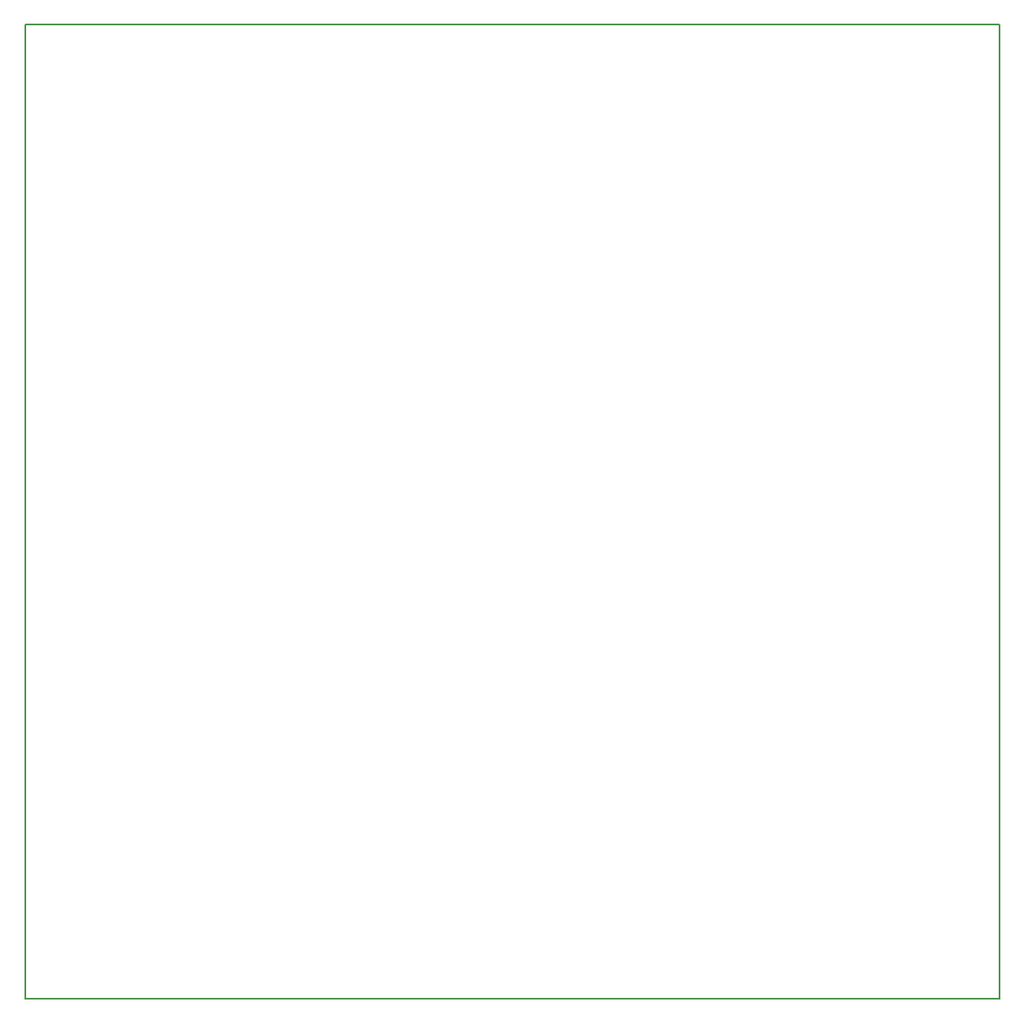
<source format=gbr>
G04 #@! TF.FileFunction,Profile,NP*
%FSLAX46Y46*%
G04 Gerber Fmt 4.6, Leading zero omitted, Abs format (unit mm)*
G04 Created by KiCad (PCBNEW 4.0.4+e1-6308~48~ubuntu16.04.1-stable) date Wed Dec 14 21:01:21 2016*
%MOMM*%
%LPD*%
G01*
G04 APERTURE LIST*
%ADD10C,0.100000*%
%ADD11C,0.150000*%
G04 APERTURE END LIST*
D10*
D11*
X149765000Y-158385000D02*
X51975000Y-158385000D01*
X149765000Y-157750000D02*
X149765000Y-158385000D01*
X149765000Y-60595000D02*
X149765000Y-157750000D01*
X51975000Y-60595000D02*
X149765000Y-60595000D01*
X51975000Y-158385000D02*
X51975000Y-60595000D01*
M02*

</source>
